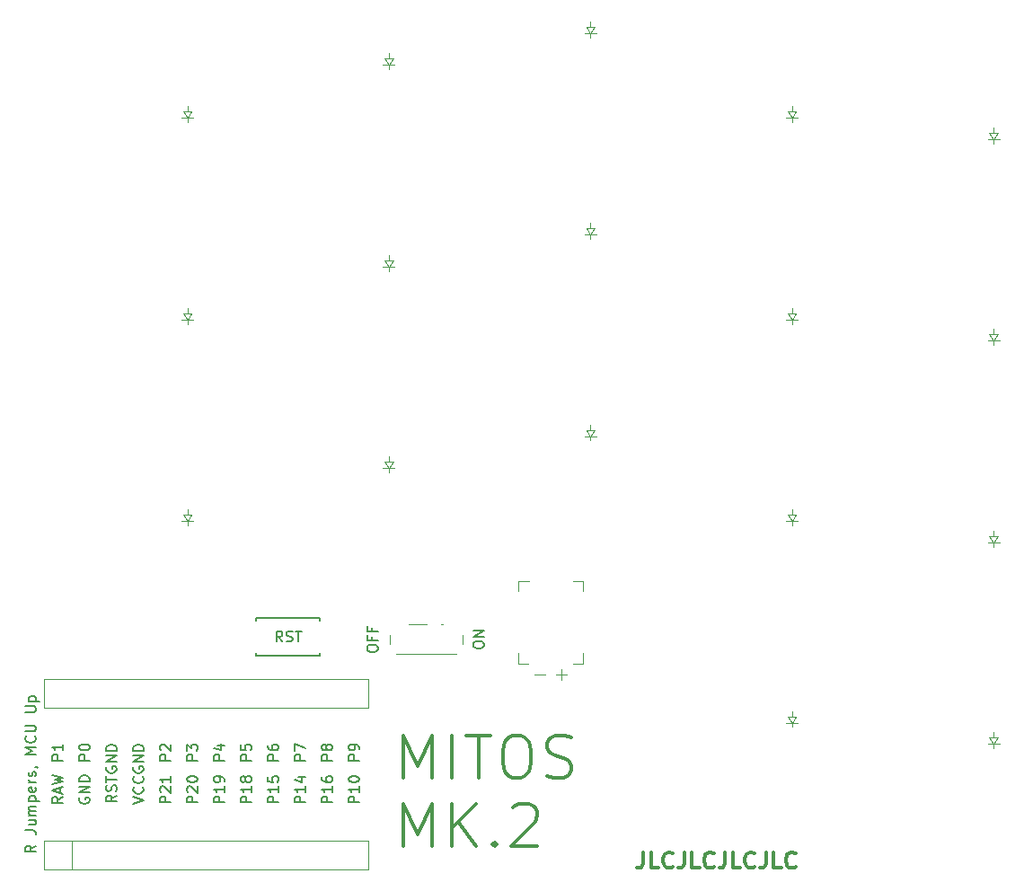
<source format=gbr>
%TF.GenerationSoftware,KiCad,Pcbnew,8.0.4*%
%TF.CreationDate,2024-08-31T21:53:54+08:00*%
%TF.ProjectId,board,626f6172-642e-46b6-9963-61645f706362,v1.0.0*%
%TF.SameCoordinates,Original*%
%TF.FileFunction,Legend,Top*%
%TF.FilePolarity,Positive*%
%FSLAX46Y46*%
G04 Gerber Fmt 4.6, Leading zero omitted, Abs format (unit mm)*
G04 Created by KiCad (PCBNEW 8.0.4) date 2024-08-31 21:53:54*
%MOMM*%
%LPD*%
G01*
G04 APERTURE LIST*
%ADD10C,0.300000*%
%ADD11C,0.150000*%
%ADD12C,0.120000*%
%ADD13C,0.100000*%
G04 APERTURE END LIST*
D10*
X224983082Y-184300828D02*
X224983082Y-185372257D01*
X224983082Y-185372257D02*
X224911653Y-185586542D01*
X224911653Y-185586542D02*
X224768796Y-185729400D01*
X224768796Y-185729400D02*
X224554510Y-185800828D01*
X224554510Y-185800828D02*
X224411653Y-185800828D01*
X226411653Y-185800828D02*
X225697367Y-185800828D01*
X225697367Y-185800828D02*
X225697367Y-184300828D01*
X227768796Y-185657971D02*
X227697368Y-185729400D01*
X227697368Y-185729400D02*
X227483082Y-185800828D01*
X227483082Y-185800828D02*
X227340225Y-185800828D01*
X227340225Y-185800828D02*
X227125939Y-185729400D01*
X227125939Y-185729400D02*
X226983082Y-185586542D01*
X226983082Y-185586542D02*
X226911653Y-185443685D01*
X226911653Y-185443685D02*
X226840225Y-185157971D01*
X226840225Y-185157971D02*
X226840225Y-184943685D01*
X226840225Y-184943685D02*
X226911653Y-184657971D01*
X226911653Y-184657971D02*
X226983082Y-184515114D01*
X226983082Y-184515114D02*
X227125939Y-184372257D01*
X227125939Y-184372257D02*
X227340225Y-184300828D01*
X227340225Y-184300828D02*
X227483082Y-184300828D01*
X227483082Y-184300828D02*
X227697368Y-184372257D01*
X227697368Y-184372257D02*
X227768796Y-184443685D01*
X228840225Y-184300828D02*
X228840225Y-185372257D01*
X228840225Y-185372257D02*
X228768796Y-185586542D01*
X228768796Y-185586542D02*
X228625939Y-185729400D01*
X228625939Y-185729400D02*
X228411653Y-185800828D01*
X228411653Y-185800828D02*
X228268796Y-185800828D01*
X230268796Y-185800828D02*
X229554510Y-185800828D01*
X229554510Y-185800828D02*
X229554510Y-184300828D01*
X231625939Y-185657971D02*
X231554511Y-185729400D01*
X231554511Y-185729400D02*
X231340225Y-185800828D01*
X231340225Y-185800828D02*
X231197368Y-185800828D01*
X231197368Y-185800828D02*
X230983082Y-185729400D01*
X230983082Y-185729400D02*
X230840225Y-185586542D01*
X230840225Y-185586542D02*
X230768796Y-185443685D01*
X230768796Y-185443685D02*
X230697368Y-185157971D01*
X230697368Y-185157971D02*
X230697368Y-184943685D01*
X230697368Y-184943685D02*
X230768796Y-184657971D01*
X230768796Y-184657971D02*
X230840225Y-184515114D01*
X230840225Y-184515114D02*
X230983082Y-184372257D01*
X230983082Y-184372257D02*
X231197368Y-184300828D01*
X231197368Y-184300828D02*
X231340225Y-184300828D01*
X231340225Y-184300828D02*
X231554511Y-184372257D01*
X231554511Y-184372257D02*
X231625939Y-184443685D01*
X232697368Y-184300828D02*
X232697368Y-185372257D01*
X232697368Y-185372257D02*
X232625939Y-185586542D01*
X232625939Y-185586542D02*
X232483082Y-185729400D01*
X232483082Y-185729400D02*
X232268796Y-185800828D01*
X232268796Y-185800828D02*
X232125939Y-185800828D01*
X234125939Y-185800828D02*
X233411653Y-185800828D01*
X233411653Y-185800828D02*
X233411653Y-184300828D01*
X235483082Y-185657971D02*
X235411654Y-185729400D01*
X235411654Y-185729400D02*
X235197368Y-185800828D01*
X235197368Y-185800828D02*
X235054511Y-185800828D01*
X235054511Y-185800828D02*
X234840225Y-185729400D01*
X234840225Y-185729400D02*
X234697368Y-185586542D01*
X234697368Y-185586542D02*
X234625939Y-185443685D01*
X234625939Y-185443685D02*
X234554511Y-185157971D01*
X234554511Y-185157971D02*
X234554511Y-184943685D01*
X234554511Y-184943685D02*
X234625939Y-184657971D01*
X234625939Y-184657971D02*
X234697368Y-184515114D01*
X234697368Y-184515114D02*
X234840225Y-184372257D01*
X234840225Y-184372257D02*
X235054511Y-184300828D01*
X235054511Y-184300828D02*
X235197368Y-184300828D01*
X235197368Y-184300828D02*
X235411654Y-184372257D01*
X235411654Y-184372257D02*
X235483082Y-184443685D01*
X236554511Y-184300828D02*
X236554511Y-185372257D01*
X236554511Y-185372257D02*
X236483082Y-185586542D01*
X236483082Y-185586542D02*
X236340225Y-185729400D01*
X236340225Y-185729400D02*
X236125939Y-185800828D01*
X236125939Y-185800828D02*
X235983082Y-185800828D01*
X237983082Y-185800828D02*
X237268796Y-185800828D01*
X237268796Y-185800828D02*
X237268796Y-184300828D01*
X239340225Y-185657971D02*
X239268797Y-185729400D01*
X239268797Y-185729400D02*
X239054511Y-185800828D01*
X239054511Y-185800828D02*
X238911654Y-185800828D01*
X238911654Y-185800828D02*
X238697368Y-185729400D01*
X238697368Y-185729400D02*
X238554511Y-185586542D01*
X238554511Y-185586542D02*
X238483082Y-185443685D01*
X238483082Y-185443685D02*
X238411654Y-185157971D01*
X238411654Y-185157971D02*
X238411654Y-184943685D01*
X238411654Y-184943685D02*
X238483082Y-184657971D01*
X238483082Y-184657971D02*
X238554511Y-184515114D01*
X238554511Y-184515114D02*
X238697368Y-184372257D01*
X238697368Y-184372257D02*
X238911654Y-184300828D01*
X238911654Y-184300828D02*
X239054511Y-184300828D01*
X239054511Y-184300828D02*
X239268797Y-184372257D01*
X239268797Y-184372257D02*
X239340225Y-184443685D01*
X202399748Y-177305100D02*
X202399748Y-173305100D01*
X202399748Y-173305100D02*
X203733082Y-176162243D01*
X203733082Y-176162243D02*
X205066415Y-173305100D01*
X205066415Y-173305100D02*
X205066415Y-177305100D01*
X206971177Y-177305100D02*
X206971177Y-173305100D01*
X208304511Y-173305100D02*
X210590225Y-173305100D01*
X209447368Y-177305100D02*
X209447368Y-173305100D01*
X212685463Y-173305100D02*
X213447368Y-173305100D01*
X213447368Y-173305100D02*
X213828320Y-173495576D01*
X213828320Y-173495576D02*
X214209273Y-173876528D01*
X214209273Y-173876528D02*
X214399749Y-174638433D01*
X214399749Y-174638433D02*
X214399749Y-175971766D01*
X214399749Y-175971766D02*
X214209273Y-176733671D01*
X214209273Y-176733671D02*
X213828320Y-177114624D01*
X213828320Y-177114624D02*
X213447368Y-177305100D01*
X213447368Y-177305100D02*
X212685463Y-177305100D01*
X212685463Y-177305100D02*
X212304511Y-177114624D01*
X212304511Y-177114624D02*
X211923558Y-176733671D01*
X211923558Y-176733671D02*
X211733082Y-175971766D01*
X211733082Y-175971766D02*
X211733082Y-174638433D01*
X211733082Y-174638433D02*
X211923558Y-173876528D01*
X211923558Y-173876528D02*
X212304511Y-173495576D01*
X212304511Y-173495576D02*
X212685463Y-173305100D01*
X215923558Y-177114624D02*
X216494987Y-177305100D01*
X216494987Y-177305100D02*
X217447368Y-177305100D01*
X217447368Y-177305100D02*
X217828320Y-177114624D01*
X217828320Y-177114624D02*
X218018796Y-176924147D01*
X218018796Y-176924147D02*
X218209273Y-176543195D01*
X218209273Y-176543195D02*
X218209273Y-176162243D01*
X218209273Y-176162243D02*
X218018796Y-175781290D01*
X218018796Y-175781290D02*
X217828320Y-175590814D01*
X217828320Y-175590814D02*
X217447368Y-175400338D01*
X217447368Y-175400338D02*
X216685463Y-175209862D01*
X216685463Y-175209862D02*
X216304511Y-175019385D01*
X216304511Y-175019385D02*
X216114034Y-174828909D01*
X216114034Y-174828909D02*
X215923558Y-174447957D01*
X215923558Y-174447957D02*
X215923558Y-174067004D01*
X215923558Y-174067004D02*
X216114034Y-173686052D01*
X216114034Y-173686052D02*
X216304511Y-173495576D01*
X216304511Y-173495576D02*
X216685463Y-173305100D01*
X216685463Y-173305100D02*
X217637844Y-173305100D01*
X217637844Y-173305100D02*
X218209273Y-173495576D01*
X202399748Y-183744876D02*
X202399748Y-179744876D01*
X202399748Y-179744876D02*
X203733082Y-182602019D01*
X203733082Y-182602019D02*
X205066415Y-179744876D01*
X205066415Y-179744876D02*
X205066415Y-183744876D01*
X206971177Y-183744876D02*
X206971177Y-179744876D01*
X209256892Y-183744876D02*
X207542606Y-181459161D01*
X209256892Y-179744876D02*
X206971177Y-182030590D01*
X210971177Y-183363923D02*
X211161654Y-183554400D01*
X211161654Y-183554400D02*
X210971177Y-183744876D01*
X210971177Y-183744876D02*
X210780701Y-183554400D01*
X210780701Y-183554400D02*
X210971177Y-183363923D01*
X210971177Y-183363923D02*
X210971177Y-183744876D01*
X212685463Y-180125828D02*
X212875939Y-179935352D01*
X212875939Y-179935352D02*
X213256892Y-179744876D01*
X213256892Y-179744876D02*
X214209273Y-179744876D01*
X214209273Y-179744876D02*
X214590225Y-179935352D01*
X214590225Y-179935352D02*
X214780701Y-180125828D01*
X214780701Y-180125828D02*
X214971178Y-180506780D01*
X214971178Y-180506780D02*
X214971178Y-180887733D01*
X214971178Y-180887733D02*
X214780701Y-181459161D01*
X214780701Y-181459161D02*
X212494987Y-183744876D01*
X212494987Y-183744876D02*
X214971178Y-183744876D01*
D11*
X180424819Y-179614285D02*
X179424819Y-179614285D01*
X179424819Y-179614285D02*
X179424819Y-179233333D01*
X179424819Y-179233333D02*
X179472438Y-179138095D01*
X179472438Y-179138095D02*
X179520057Y-179090476D01*
X179520057Y-179090476D02*
X179615295Y-179042857D01*
X179615295Y-179042857D02*
X179758152Y-179042857D01*
X179758152Y-179042857D02*
X179853390Y-179090476D01*
X179853390Y-179090476D02*
X179901009Y-179138095D01*
X179901009Y-179138095D02*
X179948628Y-179233333D01*
X179948628Y-179233333D02*
X179948628Y-179614285D01*
X179520057Y-178661904D02*
X179472438Y-178614285D01*
X179472438Y-178614285D02*
X179424819Y-178519047D01*
X179424819Y-178519047D02*
X179424819Y-178280952D01*
X179424819Y-178280952D02*
X179472438Y-178185714D01*
X179472438Y-178185714D02*
X179520057Y-178138095D01*
X179520057Y-178138095D02*
X179615295Y-178090476D01*
X179615295Y-178090476D02*
X179710533Y-178090476D01*
X179710533Y-178090476D02*
X179853390Y-178138095D01*
X179853390Y-178138095D02*
X180424819Y-178709523D01*
X180424819Y-178709523D02*
X180424819Y-178090476D01*
X180424819Y-177138095D02*
X180424819Y-177709523D01*
X180424819Y-177423809D02*
X179424819Y-177423809D01*
X179424819Y-177423809D02*
X179567676Y-177519047D01*
X179567676Y-177519047D02*
X179662914Y-177614285D01*
X179662914Y-177614285D02*
X179710533Y-177709523D01*
X174392438Y-176261904D02*
X174344819Y-176357142D01*
X174344819Y-176357142D02*
X174344819Y-176499999D01*
X174344819Y-176499999D02*
X174392438Y-176642856D01*
X174392438Y-176642856D02*
X174487676Y-176738094D01*
X174487676Y-176738094D02*
X174582914Y-176785713D01*
X174582914Y-176785713D02*
X174773390Y-176833332D01*
X174773390Y-176833332D02*
X174916247Y-176833332D01*
X174916247Y-176833332D02*
X175106723Y-176785713D01*
X175106723Y-176785713D02*
X175201961Y-176738094D01*
X175201961Y-176738094D02*
X175297200Y-176642856D01*
X175297200Y-176642856D02*
X175344819Y-176499999D01*
X175344819Y-176499999D02*
X175344819Y-176404761D01*
X175344819Y-176404761D02*
X175297200Y-176261904D01*
X175297200Y-176261904D02*
X175249580Y-176214285D01*
X175249580Y-176214285D02*
X174916247Y-176214285D01*
X174916247Y-176214285D02*
X174916247Y-176404761D01*
X175344819Y-175785713D02*
X174344819Y-175785713D01*
X174344819Y-175785713D02*
X175344819Y-175214285D01*
X175344819Y-175214285D02*
X174344819Y-175214285D01*
X175344819Y-174738094D02*
X174344819Y-174738094D01*
X174344819Y-174738094D02*
X174344819Y-174499999D01*
X174344819Y-174499999D02*
X174392438Y-174357142D01*
X174392438Y-174357142D02*
X174487676Y-174261904D01*
X174487676Y-174261904D02*
X174582914Y-174214285D01*
X174582914Y-174214285D02*
X174773390Y-174166666D01*
X174773390Y-174166666D02*
X174916247Y-174166666D01*
X174916247Y-174166666D02*
X175106723Y-174214285D01*
X175106723Y-174214285D02*
X175201961Y-174261904D01*
X175201961Y-174261904D02*
X175297200Y-174357142D01*
X175297200Y-174357142D02*
X175344819Y-174499999D01*
X175344819Y-174499999D02*
X175344819Y-174738094D01*
X198204819Y-179614285D02*
X197204819Y-179614285D01*
X197204819Y-179614285D02*
X197204819Y-179233333D01*
X197204819Y-179233333D02*
X197252438Y-179138095D01*
X197252438Y-179138095D02*
X197300057Y-179090476D01*
X197300057Y-179090476D02*
X197395295Y-179042857D01*
X197395295Y-179042857D02*
X197538152Y-179042857D01*
X197538152Y-179042857D02*
X197633390Y-179090476D01*
X197633390Y-179090476D02*
X197681009Y-179138095D01*
X197681009Y-179138095D02*
X197728628Y-179233333D01*
X197728628Y-179233333D02*
X197728628Y-179614285D01*
X198204819Y-178090476D02*
X198204819Y-178661904D01*
X198204819Y-178376190D02*
X197204819Y-178376190D01*
X197204819Y-178376190D02*
X197347676Y-178471428D01*
X197347676Y-178471428D02*
X197442914Y-178566666D01*
X197442914Y-178566666D02*
X197490533Y-178661904D01*
X197204819Y-177471428D02*
X197204819Y-177376190D01*
X197204819Y-177376190D02*
X197252438Y-177280952D01*
X197252438Y-177280952D02*
X197300057Y-177233333D01*
X197300057Y-177233333D02*
X197395295Y-177185714D01*
X197395295Y-177185714D02*
X197585771Y-177138095D01*
X197585771Y-177138095D02*
X197823866Y-177138095D01*
X197823866Y-177138095D02*
X198014342Y-177185714D01*
X198014342Y-177185714D02*
X198109580Y-177233333D01*
X198109580Y-177233333D02*
X198157200Y-177280952D01*
X198157200Y-177280952D02*
X198204819Y-177376190D01*
X198204819Y-177376190D02*
X198204819Y-177471428D01*
X198204819Y-177471428D02*
X198157200Y-177566666D01*
X198157200Y-177566666D02*
X198109580Y-177614285D01*
X198109580Y-177614285D02*
X198014342Y-177661904D01*
X198014342Y-177661904D02*
X197823866Y-177709523D01*
X197823866Y-177709523D02*
X197585771Y-177709523D01*
X197585771Y-177709523D02*
X197395295Y-177661904D01*
X197395295Y-177661904D02*
X197300057Y-177614285D01*
X197300057Y-177614285D02*
X197252438Y-177566666D01*
X197252438Y-177566666D02*
X197204819Y-177471428D01*
X190584819Y-175648094D02*
X189584819Y-175648094D01*
X189584819Y-175648094D02*
X189584819Y-175267142D01*
X189584819Y-175267142D02*
X189632438Y-175171904D01*
X189632438Y-175171904D02*
X189680057Y-175124285D01*
X189680057Y-175124285D02*
X189775295Y-175076666D01*
X189775295Y-175076666D02*
X189918152Y-175076666D01*
X189918152Y-175076666D02*
X190013390Y-175124285D01*
X190013390Y-175124285D02*
X190061009Y-175171904D01*
X190061009Y-175171904D02*
X190108628Y-175267142D01*
X190108628Y-175267142D02*
X190108628Y-175648094D01*
X189584819Y-174219523D02*
X189584819Y-174409999D01*
X189584819Y-174409999D02*
X189632438Y-174505237D01*
X189632438Y-174505237D02*
X189680057Y-174552856D01*
X189680057Y-174552856D02*
X189822914Y-174648094D01*
X189822914Y-174648094D02*
X190013390Y-174695713D01*
X190013390Y-174695713D02*
X190394342Y-174695713D01*
X190394342Y-174695713D02*
X190489580Y-174648094D01*
X190489580Y-174648094D02*
X190537200Y-174600475D01*
X190537200Y-174600475D02*
X190584819Y-174505237D01*
X190584819Y-174505237D02*
X190584819Y-174314761D01*
X190584819Y-174314761D02*
X190537200Y-174219523D01*
X190537200Y-174219523D02*
X190489580Y-174171904D01*
X190489580Y-174171904D02*
X190394342Y-174124285D01*
X190394342Y-174124285D02*
X190156247Y-174124285D01*
X190156247Y-174124285D02*
X190061009Y-174171904D01*
X190061009Y-174171904D02*
X190013390Y-174219523D01*
X190013390Y-174219523D02*
X189965771Y-174314761D01*
X189965771Y-174314761D02*
X189965771Y-174505237D01*
X189965771Y-174505237D02*
X190013390Y-174600475D01*
X190013390Y-174600475D02*
X190061009Y-174648094D01*
X190061009Y-174648094D02*
X190156247Y-174695713D01*
X193124819Y-179614285D02*
X192124819Y-179614285D01*
X192124819Y-179614285D02*
X192124819Y-179233333D01*
X192124819Y-179233333D02*
X192172438Y-179138095D01*
X192172438Y-179138095D02*
X192220057Y-179090476D01*
X192220057Y-179090476D02*
X192315295Y-179042857D01*
X192315295Y-179042857D02*
X192458152Y-179042857D01*
X192458152Y-179042857D02*
X192553390Y-179090476D01*
X192553390Y-179090476D02*
X192601009Y-179138095D01*
X192601009Y-179138095D02*
X192648628Y-179233333D01*
X192648628Y-179233333D02*
X192648628Y-179614285D01*
X193124819Y-178090476D02*
X193124819Y-178661904D01*
X193124819Y-178376190D02*
X192124819Y-178376190D01*
X192124819Y-178376190D02*
X192267676Y-178471428D01*
X192267676Y-178471428D02*
X192362914Y-178566666D01*
X192362914Y-178566666D02*
X192410533Y-178661904D01*
X192458152Y-177233333D02*
X193124819Y-177233333D01*
X192077200Y-177471428D02*
X192791485Y-177709523D01*
X192791485Y-177709523D02*
X192791485Y-177090476D01*
X198204819Y-175648094D02*
X197204819Y-175648094D01*
X197204819Y-175648094D02*
X197204819Y-175267142D01*
X197204819Y-175267142D02*
X197252438Y-175171904D01*
X197252438Y-175171904D02*
X197300057Y-175124285D01*
X197300057Y-175124285D02*
X197395295Y-175076666D01*
X197395295Y-175076666D02*
X197538152Y-175076666D01*
X197538152Y-175076666D02*
X197633390Y-175124285D01*
X197633390Y-175124285D02*
X197681009Y-175171904D01*
X197681009Y-175171904D02*
X197728628Y-175267142D01*
X197728628Y-175267142D02*
X197728628Y-175648094D01*
X198204819Y-174600475D02*
X198204819Y-174409999D01*
X198204819Y-174409999D02*
X198157200Y-174314761D01*
X198157200Y-174314761D02*
X198109580Y-174267142D01*
X198109580Y-174267142D02*
X197966723Y-174171904D01*
X197966723Y-174171904D02*
X197776247Y-174124285D01*
X197776247Y-174124285D02*
X197395295Y-174124285D01*
X197395295Y-174124285D02*
X197300057Y-174171904D01*
X197300057Y-174171904D02*
X197252438Y-174219523D01*
X197252438Y-174219523D02*
X197204819Y-174314761D01*
X197204819Y-174314761D02*
X197204819Y-174505237D01*
X197204819Y-174505237D02*
X197252438Y-174600475D01*
X197252438Y-174600475D02*
X197300057Y-174648094D01*
X197300057Y-174648094D02*
X197395295Y-174695713D01*
X197395295Y-174695713D02*
X197633390Y-174695713D01*
X197633390Y-174695713D02*
X197728628Y-174648094D01*
X197728628Y-174648094D02*
X197776247Y-174600475D01*
X197776247Y-174600475D02*
X197823866Y-174505237D01*
X197823866Y-174505237D02*
X197823866Y-174314761D01*
X197823866Y-174314761D02*
X197776247Y-174219523D01*
X197776247Y-174219523D02*
X197728628Y-174171904D01*
X197728628Y-174171904D02*
X197633390Y-174124285D01*
X185504819Y-179614285D02*
X184504819Y-179614285D01*
X184504819Y-179614285D02*
X184504819Y-179233333D01*
X184504819Y-179233333D02*
X184552438Y-179138095D01*
X184552438Y-179138095D02*
X184600057Y-179090476D01*
X184600057Y-179090476D02*
X184695295Y-179042857D01*
X184695295Y-179042857D02*
X184838152Y-179042857D01*
X184838152Y-179042857D02*
X184933390Y-179090476D01*
X184933390Y-179090476D02*
X184981009Y-179138095D01*
X184981009Y-179138095D02*
X185028628Y-179233333D01*
X185028628Y-179233333D02*
X185028628Y-179614285D01*
X185504819Y-178090476D02*
X185504819Y-178661904D01*
X185504819Y-178376190D02*
X184504819Y-178376190D01*
X184504819Y-178376190D02*
X184647676Y-178471428D01*
X184647676Y-178471428D02*
X184742914Y-178566666D01*
X184742914Y-178566666D02*
X184790533Y-178661904D01*
X185504819Y-177614285D02*
X185504819Y-177423809D01*
X185504819Y-177423809D02*
X185457200Y-177328571D01*
X185457200Y-177328571D02*
X185409580Y-177280952D01*
X185409580Y-177280952D02*
X185266723Y-177185714D01*
X185266723Y-177185714D02*
X185076247Y-177138095D01*
X185076247Y-177138095D02*
X184695295Y-177138095D01*
X184695295Y-177138095D02*
X184600057Y-177185714D01*
X184600057Y-177185714D02*
X184552438Y-177233333D01*
X184552438Y-177233333D02*
X184504819Y-177328571D01*
X184504819Y-177328571D02*
X184504819Y-177519047D01*
X184504819Y-177519047D02*
X184552438Y-177614285D01*
X184552438Y-177614285D02*
X184600057Y-177661904D01*
X184600057Y-177661904D02*
X184695295Y-177709523D01*
X184695295Y-177709523D02*
X184933390Y-177709523D01*
X184933390Y-177709523D02*
X185028628Y-177661904D01*
X185028628Y-177661904D02*
X185076247Y-177614285D01*
X185076247Y-177614285D02*
X185123866Y-177519047D01*
X185123866Y-177519047D02*
X185123866Y-177328571D01*
X185123866Y-177328571D02*
X185076247Y-177233333D01*
X185076247Y-177233333D02*
X185028628Y-177185714D01*
X185028628Y-177185714D02*
X184933390Y-177138095D01*
X188044819Y-175648094D02*
X187044819Y-175648094D01*
X187044819Y-175648094D02*
X187044819Y-175267142D01*
X187044819Y-175267142D02*
X187092438Y-175171904D01*
X187092438Y-175171904D02*
X187140057Y-175124285D01*
X187140057Y-175124285D02*
X187235295Y-175076666D01*
X187235295Y-175076666D02*
X187378152Y-175076666D01*
X187378152Y-175076666D02*
X187473390Y-175124285D01*
X187473390Y-175124285D02*
X187521009Y-175171904D01*
X187521009Y-175171904D02*
X187568628Y-175267142D01*
X187568628Y-175267142D02*
X187568628Y-175648094D01*
X187044819Y-174171904D02*
X187044819Y-174648094D01*
X187044819Y-174648094D02*
X187521009Y-174695713D01*
X187521009Y-174695713D02*
X187473390Y-174648094D01*
X187473390Y-174648094D02*
X187425771Y-174552856D01*
X187425771Y-174552856D02*
X187425771Y-174314761D01*
X187425771Y-174314761D02*
X187473390Y-174219523D01*
X187473390Y-174219523D02*
X187521009Y-174171904D01*
X187521009Y-174171904D02*
X187616247Y-174124285D01*
X187616247Y-174124285D02*
X187854342Y-174124285D01*
X187854342Y-174124285D02*
X187949580Y-174171904D01*
X187949580Y-174171904D02*
X187997200Y-174219523D01*
X187997200Y-174219523D02*
X188044819Y-174314761D01*
X188044819Y-174314761D02*
X188044819Y-174552856D01*
X188044819Y-174552856D02*
X187997200Y-174648094D01*
X187997200Y-174648094D02*
X187949580Y-174695713D01*
X182964819Y-179614285D02*
X181964819Y-179614285D01*
X181964819Y-179614285D02*
X181964819Y-179233333D01*
X181964819Y-179233333D02*
X182012438Y-179138095D01*
X182012438Y-179138095D02*
X182060057Y-179090476D01*
X182060057Y-179090476D02*
X182155295Y-179042857D01*
X182155295Y-179042857D02*
X182298152Y-179042857D01*
X182298152Y-179042857D02*
X182393390Y-179090476D01*
X182393390Y-179090476D02*
X182441009Y-179138095D01*
X182441009Y-179138095D02*
X182488628Y-179233333D01*
X182488628Y-179233333D02*
X182488628Y-179614285D01*
X182060057Y-178661904D02*
X182012438Y-178614285D01*
X182012438Y-178614285D02*
X181964819Y-178519047D01*
X181964819Y-178519047D02*
X181964819Y-178280952D01*
X181964819Y-178280952D02*
X182012438Y-178185714D01*
X182012438Y-178185714D02*
X182060057Y-178138095D01*
X182060057Y-178138095D02*
X182155295Y-178090476D01*
X182155295Y-178090476D02*
X182250533Y-178090476D01*
X182250533Y-178090476D02*
X182393390Y-178138095D01*
X182393390Y-178138095D02*
X182964819Y-178709523D01*
X182964819Y-178709523D02*
X182964819Y-178090476D01*
X181964819Y-177471428D02*
X181964819Y-177376190D01*
X181964819Y-177376190D02*
X182012438Y-177280952D01*
X182012438Y-177280952D02*
X182060057Y-177233333D01*
X182060057Y-177233333D02*
X182155295Y-177185714D01*
X182155295Y-177185714D02*
X182345771Y-177138095D01*
X182345771Y-177138095D02*
X182583866Y-177138095D01*
X182583866Y-177138095D02*
X182774342Y-177185714D01*
X182774342Y-177185714D02*
X182869580Y-177233333D01*
X182869580Y-177233333D02*
X182917200Y-177280952D01*
X182917200Y-177280952D02*
X182964819Y-177376190D01*
X182964819Y-177376190D02*
X182964819Y-177471428D01*
X182964819Y-177471428D02*
X182917200Y-177566666D01*
X182917200Y-177566666D02*
X182869580Y-177614285D01*
X182869580Y-177614285D02*
X182774342Y-177661904D01*
X182774342Y-177661904D02*
X182583866Y-177709523D01*
X182583866Y-177709523D02*
X182345771Y-177709523D01*
X182345771Y-177709523D02*
X182155295Y-177661904D01*
X182155295Y-177661904D02*
X182060057Y-177614285D01*
X182060057Y-177614285D02*
X182012438Y-177566666D01*
X182012438Y-177566666D02*
X181964819Y-177471428D01*
X167719819Y-183688095D02*
X167243628Y-184021428D01*
X167719819Y-184259523D02*
X166719819Y-184259523D01*
X166719819Y-184259523D02*
X166719819Y-183878571D01*
X166719819Y-183878571D02*
X166767438Y-183783333D01*
X166767438Y-183783333D02*
X166815057Y-183735714D01*
X166815057Y-183735714D02*
X166910295Y-183688095D01*
X166910295Y-183688095D02*
X167053152Y-183688095D01*
X167053152Y-183688095D02*
X167148390Y-183735714D01*
X167148390Y-183735714D02*
X167196009Y-183783333D01*
X167196009Y-183783333D02*
X167243628Y-183878571D01*
X167243628Y-183878571D02*
X167243628Y-184259523D01*
X166719819Y-182211904D02*
X167434104Y-182211904D01*
X167434104Y-182211904D02*
X167576961Y-182259523D01*
X167576961Y-182259523D02*
X167672200Y-182354761D01*
X167672200Y-182354761D02*
X167719819Y-182497618D01*
X167719819Y-182497618D02*
X167719819Y-182592856D01*
X167053152Y-181307142D02*
X167719819Y-181307142D01*
X167053152Y-181735713D02*
X167576961Y-181735713D01*
X167576961Y-181735713D02*
X167672200Y-181688094D01*
X167672200Y-181688094D02*
X167719819Y-181592856D01*
X167719819Y-181592856D02*
X167719819Y-181449999D01*
X167719819Y-181449999D02*
X167672200Y-181354761D01*
X167672200Y-181354761D02*
X167624580Y-181307142D01*
X167719819Y-180830951D02*
X167053152Y-180830951D01*
X167148390Y-180830951D02*
X167100771Y-180783332D01*
X167100771Y-180783332D02*
X167053152Y-180688094D01*
X167053152Y-180688094D02*
X167053152Y-180545237D01*
X167053152Y-180545237D02*
X167100771Y-180449999D01*
X167100771Y-180449999D02*
X167196009Y-180402380D01*
X167196009Y-180402380D02*
X167719819Y-180402380D01*
X167196009Y-180402380D02*
X167100771Y-180354761D01*
X167100771Y-180354761D02*
X167053152Y-180259523D01*
X167053152Y-180259523D02*
X167053152Y-180116666D01*
X167053152Y-180116666D02*
X167100771Y-180021427D01*
X167100771Y-180021427D02*
X167196009Y-179973808D01*
X167196009Y-179973808D02*
X167719819Y-179973808D01*
X167053152Y-179497618D02*
X168053152Y-179497618D01*
X167100771Y-179497618D02*
X167053152Y-179402380D01*
X167053152Y-179402380D02*
X167053152Y-179211904D01*
X167053152Y-179211904D02*
X167100771Y-179116666D01*
X167100771Y-179116666D02*
X167148390Y-179069047D01*
X167148390Y-179069047D02*
X167243628Y-179021428D01*
X167243628Y-179021428D02*
X167529342Y-179021428D01*
X167529342Y-179021428D02*
X167624580Y-179069047D01*
X167624580Y-179069047D02*
X167672200Y-179116666D01*
X167672200Y-179116666D02*
X167719819Y-179211904D01*
X167719819Y-179211904D02*
X167719819Y-179402380D01*
X167719819Y-179402380D02*
X167672200Y-179497618D01*
X167672200Y-178211904D02*
X167719819Y-178307142D01*
X167719819Y-178307142D02*
X167719819Y-178497618D01*
X167719819Y-178497618D02*
X167672200Y-178592856D01*
X167672200Y-178592856D02*
X167576961Y-178640475D01*
X167576961Y-178640475D02*
X167196009Y-178640475D01*
X167196009Y-178640475D02*
X167100771Y-178592856D01*
X167100771Y-178592856D02*
X167053152Y-178497618D01*
X167053152Y-178497618D02*
X167053152Y-178307142D01*
X167053152Y-178307142D02*
X167100771Y-178211904D01*
X167100771Y-178211904D02*
X167196009Y-178164285D01*
X167196009Y-178164285D02*
X167291247Y-178164285D01*
X167291247Y-178164285D02*
X167386485Y-178640475D01*
X167719819Y-177735713D02*
X167053152Y-177735713D01*
X167243628Y-177735713D02*
X167148390Y-177688094D01*
X167148390Y-177688094D02*
X167100771Y-177640475D01*
X167100771Y-177640475D02*
X167053152Y-177545237D01*
X167053152Y-177545237D02*
X167053152Y-177449999D01*
X167672200Y-177164284D02*
X167719819Y-177069046D01*
X167719819Y-177069046D02*
X167719819Y-176878570D01*
X167719819Y-176878570D02*
X167672200Y-176783332D01*
X167672200Y-176783332D02*
X167576961Y-176735713D01*
X167576961Y-176735713D02*
X167529342Y-176735713D01*
X167529342Y-176735713D02*
X167434104Y-176783332D01*
X167434104Y-176783332D02*
X167386485Y-176878570D01*
X167386485Y-176878570D02*
X167386485Y-177021427D01*
X167386485Y-177021427D02*
X167338866Y-177116665D01*
X167338866Y-177116665D02*
X167243628Y-177164284D01*
X167243628Y-177164284D02*
X167196009Y-177164284D01*
X167196009Y-177164284D02*
X167100771Y-177116665D01*
X167100771Y-177116665D02*
X167053152Y-177021427D01*
X167053152Y-177021427D02*
X167053152Y-176878570D01*
X167053152Y-176878570D02*
X167100771Y-176783332D01*
X167672200Y-176259522D02*
X167719819Y-176259522D01*
X167719819Y-176259522D02*
X167815057Y-176307141D01*
X167815057Y-176307141D02*
X167862676Y-176354760D01*
X167719819Y-175069046D02*
X166719819Y-175069046D01*
X166719819Y-175069046D02*
X167434104Y-174735713D01*
X167434104Y-174735713D02*
X166719819Y-174402380D01*
X166719819Y-174402380D02*
X167719819Y-174402380D01*
X167624580Y-173354761D02*
X167672200Y-173402380D01*
X167672200Y-173402380D02*
X167719819Y-173545237D01*
X167719819Y-173545237D02*
X167719819Y-173640475D01*
X167719819Y-173640475D02*
X167672200Y-173783332D01*
X167672200Y-173783332D02*
X167576961Y-173878570D01*
X167576961Y-173878570D02*
X167481723Y-173926189D01*
X167481723Y-173926189D02*
X167291247Y-173973808D01*
X167291247Y-173973808D02*
X167148390Y-173973808D01*
X167148390Y-173973808D02*
X166957914Y-173926189D01*
X166957914Y-173926189D02*
X166862676Y-173878570D01*
X166862676Y-173878570D02*
X166767438Y-173783332D01*
X166767438Y-173783332D02*
X166719819Y-173640475D01*
X166719819Y-173640475D02*
X166719819Y-173545237D01*
X166719819Y-173545237D02*
X166767438Y-173402380D01*
X166767438Y-173402380D02*
X166815057Y-173354761D01*
X166719819Y-172926189D02*
X167529342Y-172926189D01*
X167529342Y-172926189D02*
X167624580Y-172878570D01*
X167624580Y-172878570D02*
X167672200Y-172830951D01*
X167672200Y-172830951D02*
X167719819Y-172735713D01*
X167719819Y-172735713D02*
X167719819Y-172545237D01*
X167719819Y-172545237D02*
X167672200Y-172449999D01*
X167672200Y-172449999D02*
X167624580Y-172402380D01*
X167624580Y-172402380D02*
X167529342Y-172354761D01*
X167529342Y-172354761D02*
X166719819Y-172354761D01*
X166719819Y-171116665D02*
X167529342Y-171116665D01*
X167529342Y-171116665D02*
X167624580Y-171069046D01*
X167624580Y-171069046D02*
X167672200Y-171021427D01*
X167672200Y-171021427D02*
X167719819Y-170926189D01*
X167719819Y-170926189D02*
X167719819Y-170735713D01*
X167719819Y-170735713D02*
X167672200Y-170640475D01*
X167672200Y-170640475D02*
X167624580Y-170592856D01*
X167624580Y-170592856D02*
X167529342Y-170545237D01*
X167529342Y-170545237D02*
X166719819Y-170545237D01*
X167053152Y-170069046D02*
X168053152Y-170069046D01*
X167100771Y-170069046D02*
X167053152Y-169973808D01*
X167053152Y-169973808D02*
X167053152Y-169783332D01*
X167053152Y-169783332D02*
X167100771Y-169688094D01*
X167100771Y-169688094D02*
X167148390Y-169640475D01*
X167148390Y-169640475D02*
X167243628Y-169592856D01*
X167243628Y-169592856D02*
X167529342Y-169592856D01*
X167529342Y-169592856D02*
X167624580Y-169640475D01*
X167624580Y-169640475D02*
X167672200Y-169688094D01*
X167672200Y-169688094D02*
X167719819Y-169783332D01*
X167719819Y-169783332D02*
X167719819Y-169973808D01*
X167719819Y-169973808D02*
X167672200Y-170069046D01*
X170264819Y-179090476D02*
X169788628Y-179423809D01*
X170264819Y-179661904D02*
X169264819Y-179661904D01*
X169264819Y-179661904D02*
X169264819Y-179280952D01*
X169264819Y-179280952D02*
X169312438Y-179185714D01*
X169312438Y-179185714D02*
X169360057Y-179138095D01*
X169360057Y-179138095D02*
X169455295Y-179090476D01*
X169455295Y-179090476D02*
X169598152Y-179090476D01*
X169598152Y-179090476D02*
X169693390Y-179138095D01*
X169693390Y-179138095D02*
X169741009Y-179185714D01*
X169741009Y-179185714D02*
X169788628Y-179280952D01*
X169788628Y-179280952D02*
X169788628Y-179661904D01*
X169979104Y-178709523D02*
X169979104Y-178233333D01*
X170264819Y-178804761D02*
X169264819Y-178471428D01*
X169264819Y-178471428D02*
X170264819Y-178138095D01*
X169264819Y-177899999D02*
X170264819Y-177661904D01*
X170264819Y-177661904D02*
X169550533Y-177471428D01*
X169550533Y-177471428D02*
X170264819Y-177280952D01*
X170264819Y-177280952D02*
X169264819Y-177042857D01*
X190584819Y-179614285D02*
X189584819Y-179614285D01*
X189584819Y-179614285D02*
X189584819Y-179233333D01*
X189584819Y-179233333D02*
X189632438Y-179138095D01*
X189632438Y-179138095D02*
X189680057Y-179090476D01*
X189680057Y-179090476D02*
X189775295Y-179042857D01*
X189775295Y-179042857D02*
X189918152Y-179042857D01*
X189918152Y-179042857D02*
X190013390Y-179090476D01*
X190013390Y-179090476D02*
X190061009Y-179138095D01*
X190061009Y-179138095D02*
X190108628Y-179233333D01*
X190108628Y-179233333D02*
X190108628Y-179614285D01*
X190584819Y-178090476D02*
X190584819Y-178661904D01*
X190584819Y-178376190D02*
X189584819Y-178376190D01*
X189584819Y-178376190D02*
X189727676Y-178471428D01*
X189727676Y-178471428D02*
X189822914Y-178566666D01*
X189822914Y-178566666D02*
X189870533Y-178661904D01*
X189584819Y-177185714D02*
X189584819Y-177661904D01*
X189584819Y-177661904D02*
X190061009Y-177709523D01*
X190061009Y-177709523D02*
X190013390Y-177661904D01*
X190013390Y-177661904D02*
X189965771Y-177566666D01*
X189965771Y-177566666D02*
X189965771Y-177328571D01*
X189965771Y-177328571D02*
X190013390Y-177233333D01*
X190013390Y-177233333D02*
X190061009Y-177185714D01*
X190061009Y-177185714D02*
X190156247Y-177138095D01*
X190156247Y-177138095D02*
X190394342Y-177138095D01*
X190394342Y-177138095D02*
X190489580Y-177185714D01*
X190489580Y-177185714D02*
X190537200Y-177233333D01*
X190537200Y-177233333D02*
X190584819Y-177328571D01*
X190584819Y-177328571D02*
X190584819Y-177566666D01*
X190584819Y-177566666D02*
X190537200Y-177661904D01*
X190537200Y-177661904D02*
X190489580Y-177709523D01*
X195664819Y-175648094D02*
X194664819Y-175648094D01*
X194664819Y-175648094D02*
X194664819Y-175267142D01*
X194664819Y-175267142D02*
X194712438Y-175171904D01*
X194712438Y-175171904D02*
X194760057Y-175124285D01*
X194760057Y-175124285D02*
X194855295Y-175076666D01*
X194855295Y-175076666D02*
X194998152Y-175076666D01*
X194998152Y-175076666D02*
X195093390Y-175124285D01*
X195093390Y-175124285D02*
X195141009Y-175171904D01*
X195141009Y-175171904D02*
X195188628Y-175267142D01*
X195188628Y-175267142D02*
X195188628Y-175648094D01*
X195093390Y-174505237D02*
X195045771Y-174600475D01*
X195045771Y-174600475D02*
X194998152Y-174648094D01*
X194998152Y-174648094D02*
X194902914Y-174695713D01*
X194902914Y-174695713D02*
X194855295Y-174695713D01*
X194855295Y-174695713D02*
X194760057Y-174648094D01*
X194760057Y-174648094D02*
X194712438Y-174600475D01*
X194712438Y-174600475D02*
X194664819Y-174505237D01*
X194664819Y-174505237D02*
X194664819Y-174314761D01*
X194664819Y-174314761D02*
X194712438Y-174219523D01*
X194712438Y-174219523D02*
X194760057Y-174171904D01*
X194760057Y-174171904D02*
X194855295Y-174124285D01*
X194855295Y-174124285D02*
X194902914Y-174124285D01*
X194902914Y-174124285D02*
X194998152Y-174171904D01*
X194998152Y-174171904D02*
X195045771Y-174219523D01*
X195045771Y-174219523D02*
X195093390Y-174314761D01*
X195093390Y-174314761D02*
X195093390Y-174505237D01*
X195093390Y-174505237D02*
X195141009Y-174600475D01*
X195141009Y-174600475D02*
X195188628Y-174648094D01*
X195188628Y-174648094D02*
X195283866Y-174695713D01*
X195283866Y-174695713D02*
X195474342Y-174695713D01*
X195474342Y-174695713D02*
X195569580Y-174648094D01*
X195569580Y-174648094D02*
X195617200Y-174600475D01*
X195617200Y-174600475D02*
X195664819Y-174505237D01*
X195664819Y-174505237D02*
X195664819Y-174314761D01*
X195664819Y-174314761D02*
X195617200Y-174219523D01*
X195617200Y-174219523D02*
X195569580Y-174171904D01*
X195569580Y-174171904D02*
X195474342Y-174124285D01*
X195474342Y-174124285D02*
X195283866Y-174124285D01*
X195283866Y-174124285D02*
X195188628Y-174171904D01*
X195188628Y-174171904D02*
X195141009Y-174219523D01*
X195141009Y-174219523D02*
X195093390Y-174314761D01*
X172804819Y-175648094D02*
X171804819Y-175648094D01*
X171804819Y-175648094D02*
X171804819Y-175267142D01*
X171804819Y-175267142D02*
X171852438Y-175171904D01*
X171852438Y-175171904D02*
X171900057Y-175124285D01*
X171900057Y-175124285D02*
X171995295Y-175076666D01*
X171995295Y-175076666D02*
X172138152Y-175076666D01*
X172138152Y-175076666D02*
X172233390Y-175124285D01*
X172233390Y-175124285D02*
X172281009Y-175171904D01*
X172281009Y-175171904D02*
X172328628Y-175267142D01*
X172328628Y-175267142D02*
X172328628Y-175648094D01*
X171804819Y-174457618D02*
X171804819Y-174362380D01*
X171804819Y-174362380D02*
X171852438Y-174267142D01*
X171852438Y-174267142D02*
X171900057Y-174219523D01*
X171900057Y-174219523D02*
X171995295Y-174171904D01*
X171995295Y-174171904D02*
X172185771Y-174124285D01*
X172185771Y-174124285D02*
X172423866Y-174124285D01*
X172423866Y-174124285D02*
X172614342Y-174171904D01*
X172614342Y-174171904D02*
X172709580Y-174219523D01*
X172709580Y-174219523D02*
X172757200Y-174267142D01*
X172757200Y-174267142D02*
X172804819Y-174362380D01*
X172804819Y-174362380D02*
X172804819Y-174457618D01*
X172804819Y-174457618D02*
X172757200Y-174552856D01*
X172757200Y-174552856D02*
X172709580Y-174600475D01*
X172709580Y-174600475D02*
X172614342Y-174648094D01*
X172614342Y-174648094D02*
X172423866Y-174695713D01*
X172423866Y-174695713D02*
X172185771Y-174695713D01*
X172185771Y-174695713D02*
X171995295Y-174648094D01*
X171995295Y-174648094D02*
X171900057Y-174600475D01*
X171900057Y-174600475D02*
X171852438Y-174552856D01*
X171852438Y-174552856D02*
X171804819Y-174457618D01*
X175344819Y-178947619D02*
X174868628Y-179280952D01*
X175344819Y-179519047D02*
X174344819Y-179519047D01*
X174344819Y-179519047D02*
X174344819Y-179138095D01*
X174344819Y-179138095D02*
X174392438Y-179042857D01*
X174392438Y-179042857D02*
X174440057Y-178995238D01*
X174440057Y-178995238D02*
X174535295Y-178947619D01*
X174535295Y-178947619D02*
X174678152Y-178947619D01*
X174678152Y-178947619D02*
X174773390Y-178995238D01*
X174773390Y-178995238D02*
X174821009Y-179042857D01*
X174821009Y-179042857D02*
X174868628Y-179138095D01*
X174868628Y-179138095D02*
X174868628Y-179519047D01*
X175297200Y-178566666D02*
X175344819Y-178423809D01*
X175344819Y-178423809D02*
X175344819Y-178185714D01*
X175344819Y-178185714D02*
X175297200Y-178090476D01*
X175297200Y-178090476D02*
X175249580Y-178042857D01*
X175249580Y-178042857D02*
X175154342Y-177995238D01*
X175154342Y-177995238D02*
X175059104Y-177995238D01*
X175059104Y-177995238D02*
X174963866Y-178042857D01*
X174963866Y-178042857D02*
X174916247Y-178090476D01*
X174916247Y-178090476D02*
X174868628Y-178185714D01*
X174868628Y-178185714D02*
X174821009Y-178376190D01*
X174821009Y-178376190D02*
X174773390Y-178471428D01*
X174773390Y-178471428D02*
X174725771Y-178519047D01*
X174725771Y-178519047D02*
X174630533Y-178566666D01*
X174630533Y-178566666D02*
X174535295Y-178566666D01*
X174535295Y-178566666D02*
X174440057Y-178519047D01*
X174440057Y-178519047D02*
X174392438Y-178471428D01*
X174392438Y-178471428D02*
X174344819Y-178376190D01*
X174344819Y-178376190D02*
X174344819Y-178138095D01*
X174344819Y-178138095D02*
X174392438Y-177995238D01*
X174344819Y-177709523D02*
X174344819Y-177138095D01*
X175344819Y-177423809D02*
X174344819Y-177423809D01*
X195664819Y-179614285D02*
X194664819Y-179614285D01*
X194664819Y-179614285D02*
X194664819Y-179233333D01*
X194664819Y-179233333D02*
X194712438Y-179138095D01*
X194712438Y-179138095D02*
X194760057Y-179090476D01*
X194760057Y-179090476D02*
X194855295Y-179042857D01*
X194855295Y-179042857D02*
X194998152Y-179042857D01*
X194998152Y-179042857D02*
X195093390Y-179090476D01*
X195093390Y-179090476D02*
X195141009Y-179138095D01*
X195141009Y-179138095D02*
X195188628Y-179233333D01*
X195188628Y-179233333D02*
X195188628Y-179614285D01*
X195664819Y-178090476D02*
X195664819Y-178661904D01*
X195664819Y-178376190D02*
X194664819Y-178376190D01*
X194664819Y-178376190D02*
X194807676Y-178471428D01*
X194807676Y-178471428D02*
X194902914Y-178566666D01*
X194902914Y-178566666D02*
X194950533Y-178661904D01*
X194664819Y-177233333D02*
X194664819Y-177423809D01*
X194664819Y-177423809D02*
X194712438Y-177519047D01*
X194712438Y-177519047D02*
X194760057Y-177566666D01*
X194760057Y-177566666D02*
X194902914Y-177661904D01*
X194902914Y-177661904D02*
X195093390Y-177709523D01*
X195093390Y-177709523D02*
X195474342Y-177709523D01*
X195474342Y-177709523D02*
X195569580Y-177661904D01*
X195569580Y-177661904D02*
X195617200Y-177614285D01*
X195617200Y-177614285D02*
X195664819Y-177519047D01*
X195664819Y-177519047D02*
X195664819Y-177328571D01*
X195664819Y-177328571D02*
X195617200Y-177233333D01*
X195617200Y-177233333D02*
X195569580Y-177185714D01*
X195569580Y-177185714D02*
X195474342Y-177138095D01*
X195474342Y-177138095D02*
X195236247Y-177138095D01*
X195236247Y-177138095D02*
X195141009Y-177185714D01*
X195141009Y-177185714D02*
X195093390Y-177233333D01*
X195093390Y-177233333D02*
X195045771Y-177328571D01*
X195045771Y-177328571D02*
X195045771Y-177519047D01*
X195045771Y-177519047D02*
X195093390Y-177614285D01*
X195093390Y-177614285D02*
X195141009Y-177661904D01*
X195141009Y-177661904D02*
X195236247Y-177709523D01*
X176932438Y-176261904D02*
X176884819Y-176357142D01*
X176884819Y-176357142D02*
X176884819Y-176499999D01*
X176884819Y-176499999D02*
X176932438Y-176642856D01*
X176932438Y-176642856D02*
X177027676Y-176738094D01*
X177027676Y-176738094D02*
X177122914Y-176785713D01*
X177122914Y-176785713D02*
X177313390Y-176833332D01*
X177313390Y-176833332D02*
X177456247Y-176833332D01*
X177456247Y-176833332D02*
X177646723Y-176785713D01*
X177646723Y-176785713D02*
X177741961Y-176738094D01*
X177741961Y-176738094D02*
X177837200Y-176642856D01*
X177837200Y-176642856D02*
X177884819Y-176499999D01*
X177884819Y-176499999D02*
X177884819Y-176404761D01*
X177884819Y-176404761D02*
X177837200Y-176261904D01*
X177837200Y-176261904D02*
X177789580Y-176214285D01*
X177789580Y-176214285D02*
X177456247Y-176214285D01*
X177456247Y-176214285D02*
X177456247Y-176404761D01*
X177884819Y-175785713D02*
X176884819Y-175785713D01*
X176884819Y-175785713D02*
X177884819Y-175214285D01*
X177884819Y-175214285D02*
X176884819Y-175214285D01*
X177884819Y-174738094D02*
X176884819Y-174738094D01*
X176884819Y-174738094D02*
X176884819Y-174499999D01*
X176884819Y-174499999D02*
X176932438Y-174357142D01*
X176932438Y-174357142D02*
X177027676Y-174261904D01*
X177027676Y-174261904D02*
X177122914Y-174214285D01*
X177122914Y-174214285D02*
X177313390Y-174166666D01*
X177313390Y-174166666D02*
X177456247Y-174166666D01*
X177456247Y-174166666D02*
X177646723Y-174214285D01*
X177646723Y-174214285D02*
X177741961Y-174261904D01*
X177741961Y-174261904D02*
X177837200Y-174357142D01*
X177837200Y-174357142D02*
X177884819Y-174499999D01*
X177884819Y-174499999D02*
X177884819Y-174738094D01*
X171852438Y-179161904D02*
X171804819Y-179257142D01*
X171804819Y-179257142D02*
X171804819Y-179399999D01*
X171804819Y-179399999D02*
X171852438Y-179542856D01*
X171852438Y-179542856D02*
X171947676Y-179638094D01*
X171947676Y-179638094D02*
X172042914Y-179685713D01*
X172042914Y-179685713D02*
X172233390Y-179733332D01*
X172233390Y-179733332D02*
X172376247Y-179733332D01*
X172376247Y-179733332D02*
X172566723Y-179685713D01*
X172566723Y-179685713D02*
X172661961Y-179638094D01*
X172661961Y-179638094D02*
X172757200Y-179542856D01*
X172757200Y-179542856D02*
X172804819Y-179399999D01*
X172804819Y-179399999D02*
X172804819Y-179304761D01*
X172804819Y-179304761D02*
X172757200Y-179161904D01*
X172757200Y-179161904D02*
X172709580Y-179114285D01*
X172709580Y-179114285D02*
X172376247Y-179114285D01*
X172376247Y-179114285D02*
X172376247Y-179304761D01*
X172804819Y-178685713D02*
X171804819Y-178685713D01*
X171804819Y-178685713D02*
X172804819Y-178114285D01*
X172804819Y-178114285D02*
X171804819Y-178114285D01*
X172804819Y-177638094D02*
X171804819Y-177638094D01*
X171804819Y-177638094D02*
X171804819Y-177399999D01*
X171804819Y-177399999D02*
X171852438Y-177257142D01*
X171852438Y-177257142D02*
X171947676Y-177161904D01*
X171947676Y-177161904D02*
X172042914Y-177114285D01*
X172042914Y-177114285D02*
X172233390Y-177066666D01*
X172233390Y-177066666D02*
X172376247Y-177066666D01*
X172376247Y-177066666D02*
X172566723Y-177114285D01*
X172566723Y-177114285D02*
X172661961Y-177161904D01*
X172661961Y-177161904D02*
X172757200Y-177257142D01*
X172757200Y-177257142D02*
X172804819Y-177399999D01*
X172804819Y-177399999D02*
X172804819Y-177638094D01*
X176884819Y-179733332D02*
X177884819Y-179399999D01*
X177884819Y-179399999D02*
X176884819Y-179066666D01*
X177789580Y-178161904D02*
X177837200Y-178209523D01*
X177837200Y-178209523D02*
X177884819Y-178352380D01*
X177884819Y-178352380D02*
X177884819Y-178447618D01*
X177884819Y-178447618D02*
X177837200Y-178590475D01*
X177837200Y-178590475D02*
X177741961Y-178685713D01*
X177741961Y-178685713D02*
X177646723Y-178733332D01*
X177646723Y-178733332D02*
X177456247Y-178780951D01*
X177456247Y-178780951D02*
X177313390Y-178780951D01*
X177313390Y-178780951D02*
X177122914Y-178733332D01*
X177122914Y-178733332D02*
X177027676Y-178685713D01*
X177027676Y-178685713D02*
X176932438Y-178590475D01*
X176932438Y-178590475D02*
X176884819Y-178447618D01*
X176884819Y-178447618D02*
X176884819Y-178352380D01*
X176884819Y-178352380D02*
X176932438Y-178209523D01*
X176932438Y-178209523D02*
X176980057Y-178161904D01*
X177789580Y-177161904D02*
X177837200Y-177209523D01*
X177837200Y-177209523D02*
X177884819Y-177352380D01*
X177884819Y-177352380D02*
X177884819Y-177447618D01*
X177884819Y-177447618D02*
X177837200Y-177590475D01*
X177837200Y-177590475D02*
X177741961Y-177685713D01*
X177741961Y-177685713D02*
X177646723Y-177733332D01*
X177646723Y-177733332D02*
X177456247Y-177780951D01*
X177456247Y-177780951D02*
X177313390Y-177780951D01*
X177313390Y-177780951D02*
X177122914Y-177733332D01*
X177122914Y-177733332D02*
X177027676Y-177685713D01*
X177027676Y-177685713D02*
X176932438Y-177590475D01*
X176932438Y-177590475D02*
X176884819Y-177447618D01*
X176884819Y-177447618D02*
X176884819Y-177352380D01*
X176884819Y-177352380D02*
X176932438Y-177209523D01*
X176932438Y-177209523D02*
X176980057Y-177161904D01*
X188044819Y-179614285D02*
X187044819Y-179614285D01*
X187044819Y-179614285D02*
X187044819Y-179233333D01*
X187044819Y-179233333D02*
X187092438Y-179138095D01*
X187092438Y-179138095D02*
X187140057Y-179090476D01*
X187140057Y-179090476D02*
X187235295Y-179042857D01*
X187235295Y-179042857D02*
X187378152Y-179042857D01*
X187378152Y-179042857D02*
X187473390Y-179090476D01*
X187473390Y-179090476D02*
X187521009Y-179138095D01*
X187521009Y-179138095D02*
X187568628Y-179233333D01*
X187568628Y-179233333D02*
X187568628Y-179614285D01*
X188044819Y-178090476D02*
X188044819Y-178661904D01*
X188044819Y-178376190D02*
X187044819Y-178376190D01*
X187044819Y-178376190D02*
X187187676Y-178471428D01*
X187187676Y-178471428D02*
X187282914Y-178566666D01*
X187282914Y-178566666D02*
X187330533Y-178661904D01*
X187473390Y-177519047D02*
X187425771Y-177614285D01*
X187425771Y-177614285D02*
X187378152Y-177661904D01*
X187378152Y-177661904D02*
X187282914Y-177709523D01*
X187282914Y-177709523D02*
X187235295Y-177709523D01*
X187235295Y-177709523D02*
X187140057Y-177661904D01*
X187140057Y-177661904D02*
X187092438Y-177614285D01*
X187092438Y-177614285D02*
X187044819Y-177519047D01*
X187044819Y-177519047D02*
X187044819Y-177328571D01*
X187044819Y-177328571D02*
X187092438Y-177233333D01*
X187092438Y-177233333D02*
X187140057Y-177185714D01*
X187140057Y-177185714D02*
X187235295Y-177138095D01*
X187235295Y-177138095D02*
X187282914Y-177138095D01*
X187282914Y-177138095D02*
X187378152Y-177185714D01*
X187378152Y-177185714D02*
X187425771Y-177233333D01*
X187425771Y-177233333D02*
X187473390Y-177328571D01*
X187473390Y-177328571D02*
X187473390Y-177519047D01*
X187473390Y-177519047D02*
X187521009Y-177614285D01*
X187521009Y-177614285D02*
X187568628Y-177661904D01*
X187568628Y-177661904D02*
X187663866Y-177709523D01*
X187663866Y-177709523D02*
X187854342Y-177709523D01*
X187854342Y-177709523D02*
X187949580Y-177661904D01*
X187949580Y-177661904D02*
X187997200Y-177614285D01*
X187997200Y-177614285D02*
X188044819Y-177519047D01*
X188044819Y-177519047D02*
X188044819Y-177328571D01*
X188044819Y-177328571D02*
X187997200Y-177233333D01*
X187997200Y-177233333D02*
X187949580Y-177185714D01*
X187949580Y-177185714D02*
X187854342Y-177138095D01*
X187854342Y-177138095D02*
X187663866Y-177138095D01*
X187663866Y-177138095D02*
X187568628Y-177185714D01*
X187568628Y-177185714D02*
X187521009Y-177233333D01*
X187521009Y-177233333D02*
X187473390Y-177328571D01*
X193124819Y-175648094D02*
X192124819Y-175648094D01*
X192124819Y-175648094D02*
X192124819Y-175267142D01*
X192124819Y-175267142D02*
X192172438Y-175171904D01*
X192172438Y-175171904D02*
X192220057Y-175124285D01*
X192220057Y-175124285D02*
X192315295Y-175076666D01*
X192315295Y-175076666D02*
X192458152Y-175076666D01*
X192458152Y-175076666D02*
X192553390Y-175124285D01*
X192553390Y-175124285D02*
X192601009Y-175171904D01*
X192601009Y-175171904D02*
X192648628Y-175267142D01*
X192648628Y-175267142D02*
X192648628Y-175648094D01*
X192124819Y-174743332D02*
X192124819Y-174076666D01*
X192124819Y-174076666D02*
X193124819Y-174505237D01*
X185504819Y-175648094D02*
X184504819Y-175648094D01*
X184504819Y-175648094D02*
X184504819Y-175267142D01*
X184504819Y-175267142D02*
X184552438Y-175171904D01*
X184552438Y-175171904D02*
X184600057Y-175124285D01*
X184600057Y-175124285D02*
X184695295Y-175076666D01*
X184695295Y-175076666D02*
X184838152Y-175076666D01*
X184838152Y-175076666D02*
X184933390Y-175124285D01*
X184933390Y-175124285D02*
X184981009Y-175171904D01*
X184981009Y-175171904D02*
X185028628Y-175267142D01*
X185028628Y-175267142D02*
X185028628Y-175648094D01*
X184838152Y-174219523D02*
X185504819Y-174219523D01*
X184457200Y-174457618D02*
X185171485Y-174695713D01*
X185171485Y-174695713D02*
X185171485Y-174076666D01*
X170264819Y-175648094D02*
X169264819Y-175648094D01*
X169264819Y-175648094D02*
X169264819Y-175267142D01*
X169264819Y-175267142D02*
X169312438Y-175171904D01*
X169312438Y-175171904D02*
X169360057Y-175124285D01*
X169360057Y-175124285D02*
X169455295Y-175076666D01*
X169455295Y-175076666D02*
X169598152Y-175076666D01*
X169598152Y-175076666D02*
X169693390Y-175124285D01*
X169693390Y-175124285D02*
X169741009Y-175171904D01*
X169741009Y-175171904D02*
X169788628Y-175267142D01*
X169788628Y-175267142D02*
X169788628Y-175648094D01*
X170264819Y-174124285D02*
X170264819Y-174695713D01*
X170264819Y-174409999D02*
X169264819Y-174409999D01*
X169264819Y-174409999D02*
X169407676Y-174505237D01*
X169407676Y-174505237D02*
X169502914Y-174600475D01*
X169502914Y-174600475D02*
X169550533Y-174695713D01*
X180424819Y-175648094D02*
X179424819Y-175648094D01*
X179424819Y-175648094D02*
X179424819Y-175267142D01*
X179424819Y-175267142D02*
X179472438Y-175171904D01*
X179472438Y-175171904D02*
X179520057Y-175124285D01*
X179520057Y-175124285D02*
X179615295Y-175076666D01*
X179615295Y-175076666D02*
X179758152Y-175076666D01*
X179758152Y-175076666D02*
X179853390Y-175124285D01*
X179853390Y-175124285D02*
X179901009Y-175171904D01*
X179901009Y-175171904D02*
X179948628Y-175267142D01*
X179948628Y-175267142D02*
X179948628Y-175648094D01*
X179520057Y-174695713D02*
X179472438Y-174648094D01*
X179472438Y-174648094D02*
X179424819Y-174552856D01*
X179424819Y-174552856D02*
X179424819Y-174314761D01*
X179424819Y-174314761D02*
X179472438Y-174219523D01*
X179472438Y-174219523D02*
X179520057Y-174171904D01*
X179520057Y-174171904D02*
X179615295Y-174124285D01*
X179615295Y-174124285D02*
X179710533Y-174124285D01*
X179710533Y-174124285D02*
X179853390Y-174171904D01*
X179853390Y-174171904D02*
X180424819Y-174743332D01*
X180424819Y-174743332D02*
X180424819Y-174124285D01*
X182964819Y-175648094D02*
X181964819Y-175648094D01*
X181964819Y-175648094D02*
X181964819Y-175267142D01*
X181964819Y-175267142D02*
X182012438Y-175171904D01*
X182012438Y-175171904D02*
X182060057Y-175124285D01*
X182060057Y-175124285D02*
X182155295Y-175076666D01*
X182155295Y-175076666D02*
X182298152Y-175076666D01*
X182298152Y-175076666D02*
X182393390Y-175124285D01*
X182393390Y-175124285D02*
X182441009Y-175171904D01*
X182441009Y-175171904D02*
X182488628Y-175267142D01*
X182488628Y-175267142D02*
X182488628Y-175648094D01*
X181964819Y-174743332D02*
X181964819Y-174124285D01*
X181964819Y-174124285D02*
X182345771Y-174457618D01*
X182345771Y-174457618D02*
X182345771Y-174314761D01*
X182345771Y-174314761D02*
X182393390Y-174219523D01*
X182393390Y-174219523D02*
X182441009Y-174171904D01*
X182441009Y-174171904D02*
X182536247Y-174124285D01*
X182536247Y-174124285D02*
X182774342Y-174124285D01*
X182774342Y-174124285D02*
X182869580Y-174171904D01*
X182869580Y-174171904D02*
X182917200Y-174219523D01*
X182917200Y-174219523D02*
X182964819Y-174314761D01*
X182964819Y-174314761D02*
X182964819Y-174600475D01*
X182964819Y-174600475D02*
X182917200Y-174695713D01*
X182917200Y-174695713D02*
X182869580Y-174743332D01*
X208954819Y-164844047D02*
X208954819Y-164653571D01*
X208954819Y-164653571D02*
X209002438Y-164558333D01*
X209002438Y-164558333D02*
X209097676Y-164463095D01*
X209097676Y-164463095D02*
X209288152Y-164415476D01*
X209288152Y-164415476D02*
X209621485Y-164415476D01*
X209621485Y-164415476D02*
X209811961Y-164463095D01*
X209811961Y-164463095D02*
X209907200Y-164558333D01*
X209907200Y-164558333D02*
X209954819Y-164653571D01*
X209954819Y-164653571D02*
X209954819Y-164844047D01*
X209954819Y-164844047D02*
X209907200Y-164939285D01*
X209907200Y-164939285D02*
X209811961Y-165034523D01*
X209811961Y-165034523D02*
X209621485Y-165082142D01*
X209621485Y-165082142D02*
X209288152Y-165082142D01*
X209288152Y-165082142D02*
X209097676Y-165034523D01*
X209097676Y-165034523D02*
X209002438Y-164939285D01*
X209002438Y-164939285D02*
X208954819Y-164844047D01*
X209954819Y-163986904D02*
X208954819Y-163986904D01*
X208954819Y-163986904D02*
X209954819Y-163415476D01*
X209954819Y-163415476D02*
X208954819Y-163415476D01*
X198954819Y-165177380D02*
X198954819Y-164986904D01*
X198954819Y-164986904D02*
X199002438Y-164891666D01*
X199002438Y-164891666D02*
X199097676Y-164796428D01*
X199097676Y-164796428D02*
X199288152Y-164748809D01*
X199288152Y-164748809D02*
X199621485Y-164748809D01*
X199621485Y-164748809D02*
X199811961Y-164796428D01*
X199811961Y-164796428D02*
X199907200Y-164891666D01*
X199907200Y-164891666D02*
X199954819Y-164986904D01*
X199954819Y-164986904D02*
X199954819Y-165177380D01*
X199954819Y-165177380D02*
X199907200Y-165272618D01*
X199907200Y-165272618D02*
X199811961Y-165367856D01*
X199811961Y-165367856D02*
X199621485Y-165415475D01*
X199621485Y-165415475D02*
X199288152Y-165415475D01*
X199288152Y-165415475D02*
X199097676Y-165367856D01*
X199097676Y-165367856D02*
X199002438Y-165272618D01*
X199002438Y-165272618D02*
X198954819Y-165177380D01*
X199431009Y-163986904D02*
X199431009Y-164320237D01*
X199954819Y-164320237D02*
X198954819Y-164320237D01*
X198954819Y-164320237D02*
X198954819Y-163844047D01*
X199431009Y-163129761D02*
X199431009Y-163463094D01*
X199954819Y-163463094D02*
X198954819Y-163463094D01*
X198954819Y-163463094D02*
X198954819Y-162986904D01*
X190952380Y-164454819D02*
X190619047Y-163978628D01*
X190380952Y-164454819D02*
X190380952Y-163454819D01*
X190380952Y-163454819D02*
X190761904Y-163454819D01*
X190761904Y-163454819D02*
X190857142Y-163502438D01*
X190857142Y-163502438D02*
X190904761Y-163550057D01*
X190904761Y-163550057D02*
X190952380Y-163645295D01*
X190952380Y-163645295D02*
X190952380Y-163788152D01*
X190952380Y-163788152D02*
X190904761Y-163883390D01*
X190904761Y-163883390D02*
X190857142Y-163931009D01*
X190857142Y-163931009D02*
X190761904Y-163978628D01*
X190761904Y-163978628D02*
X190380952Y-163978628D01*
X191333333Y-164407200D02*
X191476190Y-164454819D01*
X191476190Y-164454819D02*
X191714285Y-164454819D01*
X191714285Y-164454819D02*
X191809523Y-164407200D01*
X191809523Y-164407200D02*
X191857142Y-164359580D01*
X191857142Y-164359580D02*
X191904761Y-164264342D01*
X191904761Y-164264342D02*
X191904761Y-164169104D01*
X191904761Y-164169104D02*
X191857142Y-164073866D01*
X191857142Y-164073866D02*
X191809523Y-164026247D01*
X191809523Y-164026247D02*
X191714285Y-163978628D01*
X191714285Y-163978628D02*
X191523809Y-163931009D01*
X191523809Y-163931009D02*
X191428571Y-163883390D01*
X191428571Y-163883390D02*
X191380952Y-163835771D01*
X191380952Y-163835771D02*
X191333333Y-163740533D01*
X191333333Y-163740533D02*
X191333333Y-163645295D01*
X191333333Y-163645295D02*
X191380952Y-163550057D01*
X191380952Y-163550057D02*
X191428571Y-163502438D01*
X191428571Y-163502438D02*
X191523809Y-163454819D01*
X191523809Y-163454819D02*
X191761904Y-163454819D01*
X191761904Y-163454819D02*
X191904761Y-163502438D01*
X192190476Y-163454819D02*
X192761904Y-163454819D01*
X192476190Y-164454819D02*
X192476190Y-163454819D01*
D12*
%TO.C,MCU1*%
X168480000Y-168000000D02*
X199080000Y-168000000D01*
X168480000Y-170660000D02*
X168480000Y-168000000D01*
X168480000Y-170660000D02*
X199080000Y-170660000D01*
X168480000Y-183240000D02*
X199080000Y-183240000D01*
X168480000Y-185900000D02*
X168480000Y-183240000D01*
X168480000Y-185900000D02*
X199080000Y-185900000D01*
X171080000Y-183240000D02*
X171080000Y-185900000D01*
X199080000Y-170660000D02*
X199080000Y-168000000D01*
X199080000Y-185900000D02*
X199080000Y-183240000D01*
%TO.C,PWR1*%
X201050000Y-163850001D02*
X201050000Y-164640001D01*
X201650001Y-165650000D02*
X207350000Y-165649999D01*
X202900000Y-162800001D02*
X204600000Y-162799999D01*
X205900001Y-162799999D02*
X206100000Y-162800000D01*
X207950001Y-164640000D02*
X207950001Y-163850000D01*
%TO.C,JST1*%
X213190000Y-158724000D02*
X213190000Y-159724000D01*
X213190000Y-166544000D02*
X213190000Y-165544000D01*
X214110000Y-166544000D02*
X213190000Y-166544000D01*
X214190000Y-158724000D02*
X213190000Y-158724000D01*
D13*
X214750000Y-167584000D02*
X215750000Y-167584000D01*
X217250000Y-167084000D02*
X217250000Y-168084000D01*
X217750000Y-167584000D02*
X216750000Y-167584000D01*
D12*
X218390000Y-158724000D02*
X219310000Y-158724000D01*
X218390000Y-166544000D02*
X219310000Y-166544000D01*
X219310000Y-158724000D02*
X219310000Y-159724000D01*
X219310000Y-166544000D02*
X219310000Y-165544000D01*
D11*
%TO.C,RST1*%
X188500000Y-162250000D02*
X188500000Y-162500000D01*
X188500000Y-162250000D02*
X194500000Y-162250000D01*
X188500000Y-165750000D02*
X188500000Y-165500000D01*
X188500000Y-165750000D02*
X194500000Y-165750000D01*
X194500000Y-162250000D02*
X194500000Y-162500000D01*
X194500000Y-165750000D02*
X194500000Y-165500000D01*
D13*
%TO.C,D14*%
X257600000Y-173500000D02*
X258400000Y-173500000D01*
X258000000Y-173500000D02*
X258000000Y-173000000D01*
X258000000Y-174100000D02*
X257450000Y-174100000D01*
X258000000Y-174100000D02*
X257600000Y-173500000D01*
X258000000Y-174100000D02*
X258550000Y-174100000D01*
X258000000Y-174500000D02*
X258000000Y-174100000D01*
X258400000Y-173500000D02*
X258000000Y-174100000D01*
%TO.C,D5*%
X200600000Y-128500000D02*
X201400000Y-128500000D01*
X201000000Y-128500000D02*
X201000000Y-128000000D01*
X201000000Y-129100000D02*
X200450000Y-129100000D01*
X201000000Y-129100000D02*
X200600000Y-128500000D01*
X201000000Y-129100000D02*
X201550000Y-129100000D01*
X201000000Y-129500000D02*
X201000000Y-129100000D01*
X201400000Y-128500000D02*
X201000000Y-129100000D01*
%TO.C,D11*%
X238600000Y-152500000D02*
X239400000Y-152500000D01*
X239000000Y-152500000D02*
X239000000Y-152000000D01*
X239000000Y-153100000D02*
X238450000Y-153100000D01*
X239000000Y-153100000D02*
X238600000Y-152500000D01*
X239000000Y-153100000D02*
X239550000Y-153100000D01*
X239000000Y-153500000D02*
X239000000Y-153100000D01*
X239400000Y-152500000D02*
X239000000Y-153100000D01*
%TO.C,D3*%
X181600000Y-114500000D02*
X182400000Y-114500000D01*
X182000000Y-114500000D02*
X182000000Y-114000000D01*
X182000000Y-115100000D02*
X181450000Y-115100000D01*
X182000000Y-115100000D02*
X181600000Y-114500000D01*
X182000000Y-115100000D02*
X182550000Y-115100000D01*
X182000000Y-115500000D02*
X182000000Y-115100000D01*
X182400000Y-114500000D02*
X182000000Y-115100000D01*
%TO.C,D10*%
X238600000Y-171500000D02*
X239400000Y-171500000D01*
X239000000Y-171500000D02*
X239000000Y-171000000D01*
X239000000Y-172100000D02*
X238450000Y-172100000D01*
X239000000Y-172100000D02*
X238600000Y-171500000D01*
X239000000Y-172100000D02*
X239550000Y-172100000D01*
X239000000Y-172500000D02*
X239000000Y-172100000D01*
X239400000Y-171500000D02*
X239000000Y-172100000D01*
%TO.C,D12*%
X238600000Y-133500000D02*
X239400000Y-133500000D01*
X239000000Y-133500000D02*
X239000000Y-133000000D01*
X239000000Y-134100000D02*
X238450000Y-134100000D01*
X239000000Y-134100000D02*
X238600000Y-133500000D01*
X239000000Y-134100000D02*
X239550000Y-134100000D01*
X239000000Y-134500000D02*
X239000000Y-134100000D01*
X239400000Y-133500000D02*
X239000000Y-134100000D01*
%TO.C,D8*%
X219600000Y-125500000D02*
X220400000Y-125500000D01*
X220000000Y-125500000D02*
X220000000Y-125000000D01*
X220000000Y-126100000D02*
X219450000Y-126100000D01*
X220000000Y-126100000D02*
X219600000Y-125500000D01*
X220000000Y-126100000D02*
X220550000Y-126100000D01*
X220000000Y-126500000D02*
X220000000Y-126100000D01*
X220400000Y-125500000D02*
X220000000Y-126100000D01*
%TO.C,D2*%
X181600000Y-133500000D02*
X182400000Y-133500000D01*
X182000000Y-133500000D02*
X182000000Y-133000000D01*
X182000000Y-134100000D02*
X181450000Y-134100000D01*
X182000000Y-134100000D02*
X181600000Y-133500000D01*
X182000000Y-134100000D02*
X182550000Y-134100000D01*
X182000000Y-134500000D02*
X182000000Y-134100000D01*
X182400000Y-133500000D02*
X182000000Y-134100000D01*
%TO.C,D9*%
X219600000Y-106500000D02*
X220400000Y-106500000D01*
X220000000Y-106500000D02*
X220000000Y-106000000D01*
X220000000Y-107100000D02*
X219450000Y-107100000D01*
X220000000Y-107100000D02*
X219600000Y-106500000D01*
X220000000Y-107100000D02*
X220550000Y-107100000D01*
X220000000Y-107500000D02*
X220000000Y-107100000D01*
X220400000Y-106500000D02*
X220000000Y-107100000D01*
%TO.C,D6*%
X200600000Y-109500000D02*
X201400000Y-109500000D01*
X201000000Y-109500000D02*
X201000000Y-109000000D01*
X201000000Y-110100000D02*
X200450000Y-110100000D01*
X201000000Y-110100000D02*
X200600000Y-109500000D01*
X201000000Y-110100000D02*
X201550000Y-110100000D01*
X201000000Y-110500000D02*
X201000000Y-110100000D01*
X201400000Y-109500000D02*
X201000000Y-110100000D01*
%TO.C,D15*%
X257600000Y-154500000D02*
X258400000Y-154500000D01*
X258000000Y-154500000D02*
X258000000Y-154000000D01*
X258000000Y-155100000D02*
X257450000Y-155100000D01*
X258000000Y-155100000D02*
X257600000Y-154500000D01*
X258000000Y-155100000D02*
X258550000Y-155100000D01*
X258000000Y-155500000D02*
X258000000Y-155100000D01*
X258400000Y-154500000D02*
X258000000Y-155100000D01*
%TO.C,D16*%
X257600000Y-135500000D02*
X258400000Y-135500000D01*
X258000000Y-135500000D02*
X258000000Y-135000000D01*
X258000000Y-136100000D02*
X257450000Y-136100000D01*
X258000000Y-136100000D02*
X257600000Y-135500000D01*
X258000000Y-136100000D02*
X258550000Y-136100000D01*
X258000000Y-136500000D02*
X258000000Y-136100000D01*
X258400000Y-135500000D02*
X258000000Y-136100000D01*
%TO.C,D13*%
X238600000Y-114500000D02*
X239400000Y-114500000D01*
X239000000Y-114500000D02*
X239000000Y-114000000D01*
X239000000Y-115100000D02*
X238450000Y-115100000D01*
X239000000Y-115100000D02*
X238600000Y-114500000D01*
X239000000Y-115100000D02*
X239550000Y-115100000D01*
X239000000Y-115500000D02*
X239000000Y-115100000D01*
X239400000Y-114500000D02*
X239000000Y-115100000D01*
%TO.C,D7*%
X219600000Y-144500000D02*
X220400000Y-144500000D01*
X220000000Y-144500000D02*
X220000000Y-144000000D01*
X220000000Y-145100000D02*
X219450000Y-145100000D01*
X220000000Y-145100000D02*
X219600000Y-144500000D01*
X220000000Y-145100000D02*
X220550000Y-145100000D01*
X220000000Y-145500000D02*
X220000000Y-145100000D01*
X220400000Y-144500000D02*
X220000000Y-145100000D01*
%TO.C,D1*%
X181600000Y-152500000D02*
X182400000Y-152500000D01*
X182000000Y-152500000D02*
X182000000Y-152000000D01*
X182000000Y-153100000D02*
X181450000Y-153100000D01*
X182000000Y-153100000D02*
X181600000Y-152500000D01*
X182000000Y-153100000D02*
X182550000Y-153100000D01*
X182000000Y-153500000D02*
X182000000Y-153100000D01*
X182400000Y-152500000D02*
X182000000Y-153100000D01*
%TO.C,D17*%
X257600000Y-116500000D02*
X258400000Y-116500000D01*
X258000000Y-116500000D02*
X258000000Y-116000000D01*
X258000000Y-117100000D02*
X257450000Y-117100000D01*
X258000000Y-117100000D02*
X257600000Y-116500000D01*
X258000000Y-117100000D02*
X258550000Y-117100000D01*
X258000000Y-117500000D02*
X258000000Y-117100000D01*
X258400000Y-116500000D02*
X258000000Y-117100000D01*
%TO.C,D4*%
X200600000Y-147500000D02*
X201400000Y-147500000D01*
X201000000Y-147500000D02*
X201000000Y-147000000D01*
X201000000Y-148100000D02*
X200450000Y-148100000D01*
X201000000Y-148100000D02*
X200600000Y-147500000D01*
X201000000Y-148100000D02*
X201550000Y-148100000D01*
X201000000Y-148500000D02*
X201000000Y-148100000D01*
X201400000Y-147500000D02*
X201000000Y-148100000D01*
%TD*%
M02*

</source>
